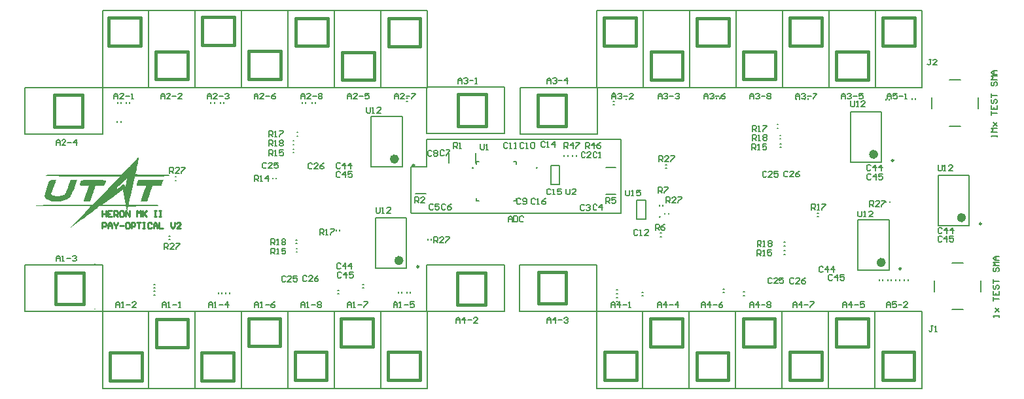
<source format=gto>
G04*
G04 #@! TF.GenerationSoftware,Altium Limited,Altium Designer,18.1.6 (161)*
G04*
G04 Layer_Color=65535*
%FSLAX44Y44*%
%MOMM*%
G71*
G01*
G75*
%ADD10C,0.2540*%
%ADD11C,0.2500*%
%ADD12C,0.6000*%
%ADD13C,0.2000*%
%ADD14C,0.4064*%
G36*
X157104Y324415D02*
Y324311D01*
Y323894D01*
X156999Y323165D01*
X156791Y322332D01*
Y322228D01*
Y322124D01*
X156583Y321499D01*
X156479Y320665D01*
X156270Y319728D01*
Y319624D01*
Y319415D01*
X156166Y319103D01*
X156062Y318582D01*
X155854Y317853D01*
X155749Y316915D01*
X155437Y315874D01*
X155124Y314520D01*
Y314311D01*
X155020Y313895D01*
X154812Y313270D01*
X154604Y312436D01*
X154291Y310665D01*
X154083Y309832D01*
X153979Y309103D01*
X152416Y302853D01*
X152520Y302749D01*
X152729D01*
X153145Y302645D01*
X153562D01*
X154291Y302540D01*
X155229D01*
X156374Y302436D01*
X157833Y302332D01*
X159708D01*
X161791Y302228D01*
X164395D01*
X165853Y302124D01*
X189916D01*
X191374Y302020D01*
X194603D01*
X195124Y301915D01*
X195645Y301811D01*
X196061Y301707D01*
X196582Y301499D01*
X196895Y301290D01*
X196999Y300978D01*
Y300874D01*
X196895Y300665D01*
X196686Y300561D01*
X196270Y300353D01*
X195749Y300249D01*
X195020Y300145D01*
X194082Y300040D01*
X190541D01*
X189395Y299936D01*
X165228D01*
X163145Y299832D01*
X158874D01*
X156999Y299728D01*
X155229D01*
X153770Y299624D01*
X152624D01*
X152208Y299520D01*
X151895D01*
X151791Y299416D01*
X151687D01*
Y299311D01*
Y298999D01*
X151583Y298374D01*
X151479Y297957D01*
X151374Y297436D01*
X151270Y296811D01*
X151166Y296082D01*
X150958Y295145D01*
X150749Y294103D01*
X150541Y292957D01*
X150229Y291603D01*
X149916Y290041D01*
X149499Y288374D01*
Y288270D01*
X149395Y288062D01*
Y287749D01*
X149291Y287228D01*
X149083Y286707D01*
X148979Y285874D01*
X148770Y285041D01*
X148458Y283999D01*
X148250Y282749D01*
X147937Y281395D01*
X147625Y279937D01*
X147208Y278374D01*
X146791Y276603D01*
X146375Y274728D01*
X145958Y272645D01*
X145437Y270458D01*
X143875Y262958D01*
X172103D01*
X173978Y262854D01*
X177624D01*
X179291Y262749D01*
X180853D01*
X182103Y262645D01*
X183145Y262541D01*
X183770Y262437D01*
X183874D01*
X183978Y262333D01*
X183874Y262229D01*
X183666D01*
X183353Y262124D01*
X182937Y262020D01*
X182312Y261916D01*
X181374Y261812D01*
X180332Y261708D01*
X178978Y261604D01*
X177312Y261499D01*
X175333D01*
X172937Y261395D01*
X171687Y261291D01*
X168666D01*
X167103Y261187D01*
X163458D01*
X143354Y260979D01*
X142937Y258270D01*
Y258166D01*
X142833Y257854D01*
X142729Y257437D01*
X142520Y256916D01*
X142416Y256395D01*
X142208Y255874D01*
X142000Y255562D01*
X141791Y255354D01*
X141687D01*
X141583Y255458D01*
X141479Y255562D01*
Y255770D01*
X141375Y256187D01*
Y256708D01*
Y256812D01*
Y257124D01*
X141270Y257645D01*
Y258270D01*
X140854Y259729D01*
X140645Y260458D01*
X140229Y261187D01*
X106479D01*
X103979Y259416D01*
X103771Y259312D01*
X103250Y258895D01*
X102417Y258166D01*
X101271Y257229D01*
X99708Y256083D01*
X97938Y254833D01*
X95958Y253270D01*
X93667Y251499D01*
X91167Y249625D01*
X88458Y247645D01*
X85646Y245458D01*
X82521Y243270D01*
X79292Y240875D01*
X75959Y238479D01*
X72417Y235979D01*
X68875Y233479D01*
X67521Y232541D01*
X67625Y232645D01*
X67834Y232958D01*
X68146Y233166D01*
X68459Y233583D01*
X68875Y234104D01*
X69500Y234833D01*
X69709Y235041D01*
X69917Y235250D01*
X70125Y235562D01*
X70542Y235875D01*
X71063Y236395D01*
X71688Y237020D01*
X72417Y237854D01*
X73355Y238791D01*
X74500Y239937D01*
X75855Y241291D01*
X77417Y242958D01*
X79188Y244729D01*
X81167Y246812D01*
X81271Y246916D01*
X81688Y247333D01*
X82209Y247958D01*
X83042Y248687D01*
X83875Y249625D01*
X84917Y250666D01*
X87104Y252958D01*
X89292Y255249D01*
X90333Y256395D01*
X91271Y257437D01*
X92208Y258270D01*
X92833Y259104D01*
X93354Y259624D01*
X93667Y260041D01*
X94500Y261187D01*
X47834D01*
X44709Y261291D01*
X38147D01*
X34918Y261395D01*
X31897Y261499D01*
X29293D01*
X28043Y261604D01*
X27001D01*
X26063Y261708D01*
X25334D01*
X24605Y261812D01*
X24188Y261916D01*
X23876D01*
X23772Y262020D01*
X23876D01*
X23980Y262124D01*
X24397D01*
X24918Y262229D01*
X25751Y262333D01*
X26897Y262437D01*
X27522D01*
X28355Y262541D01*
X30334D01*
X31480Y262645D01*
X32730D01*
X34188Y262749D01*
X37418D01*
X39293Y262854D01*
X45855D01*
X48459Y262958D01*
X96583Y262958D01*
X107417Y273791D01*
X107521Y273895D01*
X108042Y274416D01*
X108771Y275145D01*
X109812Y276187D01*
X111062Y277541D01*
X112729Y279312D01*
X114708Y281291D01*
X116896Y283687D01*
X117000Y283791D01*
X117208Y283999D01*
X117521Y284312D01*
X117937Y284728D01*
X119083Y285874D01*
X120333Y287332D01*
X121791Y288791D01*
X123146Y290145D01*
X124291Y291395D01*
X124708Y291812D01*
X125125Y292228D01*
X132625Y299936D01*
X55959Y299936D01*
X51688Y300040D01*
X38459D01*
X37522Y300145D01*
X36376D01*
Y300249D01*
Y300353D01*
X36480Y300561D01*
X36688Y300874D01*
X37001Y301186D01*
X37522Y301499D01*
X38147Y301707D01*
X38980Y301915D01*
X39084D01*
X39501Y302020D01*
X40334Y302124D01*
X40751D01*
X41376Y302228D01*
X42938D01*
X43980Y302332D01*
X45022D01*
X46167Y302436D01*
X55126D01*
X56271Y302332D01*
X60646D01*
X62521Y302228D01*
X71584D01*
X73250Y302124D01*
X134396Y302124D01*
X142937Y310770D01*
X143041Y310874D01*
X143250Y310978D01*
X143562Y311395D01*
X144083Y311915D01*
X144708Y312540D01*
X145645Y313478D01*
X146687Y314520D01*
X147937Y315874D01*
X148145Y316082D01*
X148562Y316499D01*
X149291Y317228D01*
X150124Y318165D01*
X151166Y319207D01*
X152208Y320249D01*
X153249Y321395D01*
X154291Y322436D01*
X154395Y322540D01*
X154708Y322853D01*
X155124Y323269D01*
X155645Y323790D01*
X156166Y324311D01*
X156583Y324728D01*
X156895Y325040D01*
X157104Y325144D01*
Y324415D01*
D02*
G37*
G36*
X74292Y286395D02*
Y286291D01*
X74084Y285874D01*
X73875Y285353D01*
X73563Y284520D01*
X73250Y283582D01*
X72834Y282541D01*
X71792Y280145D01*
X70542Y277645D01*
X69292Y275249D01*
X68563Y274207D01*
X67834Y273166D01*
X67105Y272332D01*
X66375Y271707D01*
X66271D01*
X66167Y271499D01*
X65855Y271291D01*
X65438Y270978D01*
X64813Y270666D01*
X64188Y270249D01*
X63355Y269937D01*
X62417Y269520D01*
X61375Y269103D01*
X60230Y268687D01*
X58876Y268270D01*
X57417Y267958D01*
X55855Y267645D01*
X54188Y267437D01*
X52417Y267333D01*
X50438Y267228D01*
X49501D01*
X48876Y267333D01*
X48042D01*
X47209Y267437D01*
X45126Y267645D01*
X42938Y268062D01*
X40855Y268687D01*
X38876Y269520D01*
X38043Y270041D01*
X37313Y270666D01*
X37209Y270770D01*
X37001Y270978D01*
X36688Y271395D01*
X36376Y272020D01*
X35959Y272645D01*
X35647Y273374D01*
X35438Y274207D01*
X35334Y275145D01*
Y275353D01*
Y275562D01*
X35438Y275874D01*
X35543Y276395D01*
X35647Y277020D01*
X35855Y277749D01*
X36063Y278687D01*
X36376Y279832D01*
X36793Y281187D01*
X37209Y282645D01*
X37834Y284416D01*
X38459Y286395D01*
X39293Y288582D01*
X40126Y291082D01*
X41167Y293791D01*
Y293895D01*
X41272Y293999D01*
X41480Y294207D01*
X41897Y294520D01*
X42522Y294728D01*
X43355Y294936D01*
X44397Y295041D01*
X45855Y295145D01*
X50126D01*
Y295041D01*
X50022Y294832D01*
X49813Y294416D01*
X49605Y293791D01*
X49397Y293061D01*
X49084Y292228D01*
X48667Y291187D01*
X48355Y290041D01*
X47834Y288791D01*
X47313Y287437D01*
X46792Y285874D01*
X46272Y284312D01*
X45022Y280874D01*
X43667Y277124D01*
X43876Y277020D01*
X44292Y276499D01*
X44397Y276395D01*
X44501Y276291D01*
X44709Y276082D01*
X44813Y275874D01*
X44917Y275770D01*
X45334Y275457D01*
X45438D01*
X45542Y275353D01*
X45751Y275249D01*
X45959Y275145D01*
X46272D01*
X46792Y274937D01*
X46897D01*
X47105Y274832D01*
X47730Y274728D01*
X48147D01*
X48563Y274624D01*
X48980Y274520D01*
X49501D01*
X50126Y274416D01*
X53667D01*
X54813Y274520D01*
X56167Y274728D01*
X57626Y275041D01*
X59084Y275457D01*
X60334Y276082D01*
X61375Y276916D01*
X61480Y277020D01*
X61584Y277332D01*
X61896Y277853D01*
X62313Y278687D01*
X62625Y279312D01*
X62938Y279937D01*
X63355Y280770D01*
X63667Y281707D01*
X64188Y282645D01*
X64605Y283895D01*
X65125Y285145D01*
X65750Y286603D01*
X68875Y294936D01*
X69188D01*
X69500Y295041D01*
X70646D01*
X71375Y295145D01*
X74813D01*
X76167Y295249D01*
X76896D01*
X77417Y295353D01*
X74292Y286395D01*
D02*
G37*
G36*
X187728Y291603D02*
X186686Y287957D01*
X175124D01*
Y287853D01*
X174916Y287332D01*
X174603Y286499D01*
X174291Y285457D01*
X173770Y283999D01*
X173145Y282228D01*
X172416Y280145D01*
X171583Y277749D01*
Y277645D01*
X171478Y277437D01*
X171374Y277124D01*
X171166Y276603D01*
X170749Y275353D01*
X170228Y273895D01*
X169708Y272228D01*
X169083Y270458D01*
X168458Y268895D01*
X167937Y267437D01*
X162520D01*
X161791Y267541D01*
X160958D01*
X160229Y267645D01*
X159812Y267749D01*
X159604Y267853D01*
X159708Y268062D01*
X159812Y268478D01*
X159916Y268895D01*
X160020Y269312D01*
X160229Y269833D01*
X160437Y270562D01*
X160645Y271395D01*
X161062Y272333D01*
X161374Y273478D01*
X161791Y274728D01*
X162312Y276291D01*
X162937Y277957D01*
Y278062D01*
X163041Y278374D01*
X163249Y278895D01*
X163458Y279416D01*
X163770Y280145D01*
X163978Y280978D01*
X164708Y282749D01*
X165333Y284520D01*
X165541Y285353D01*
X165853Y286187D01*
X166062Y286812D01*
X166270Y287228D01*
X166374Y287645D01*
Y287749D01*
X165853D01*
X165333Y287853D01*
X163666D01*
X162729Y287957D01*
X157208D01*
X155958Y288062D01*
X154291D01*
X154083Y288166D01*
X153979D01*
Y288374D01*
X154083Y288582D01*
Y288999D01*
X154291Y289520D01*
X154499Y290145D01*
X154708Y290978D01*
X155124Y292020D01*
X156479Y295145D01*
X189082D01*
X187728Y291603D01*
D02*
G37*
G36*
X106687Y295041D02*
X109708Y294936D01*
X111062D01*
X112312Y294832D01*
X113354Y294728D01*
X114083Y294624D01*
X114604Y294520D01*
X114812Y294416D01*
Y294312D01*
X114708Y294103D01*
Y293791D01*
X114500Y293374D01*
X114291Y292749D01*
X114083Y292020D01*
X113666Y291082D01*
X112729Y288166D01*
X112417D01*
X112000Y288062D01*
X110542D01*
X109604Y287957D01*
X105021D01*
X103042Y287853D01*
X102104D01*
X101271Y287749D01*
X100125Y284832D01*
Y284728D01*
X99917Y284312D01*
X99708Y283687D01*
X99396Y282749D01*
X98875Y281395D01*
X98563Y280562D01*
X98250Y279624D01*
X97938Y278582D01*
X97521Y277437D01*
X97104Y276082D01*
X96583Y274728D01*
X94083Y267437D01*
X88771D01*
X88042Y267541D01*
X87209D01*
X86584Y267645D01*
X86167Y267749D01*
X85959Y267958D01*
X89396Y278062D01*
X92729Y287957D01*
X84396D01*
X83250Y288062D01*
X82104D01*
X81063Y288166D01*
X80750D01*
X80438Y288270D01*
X80230D01*
X80125Y288374D01*
Y288582D01*
X80230Y288791D01*
X80334Y289312D01*
X80646Y290145D01*
X80959Y291187D01*
X81167Y291916D01*
X81479Y292645D01*
X81792Y293478D01*
X82104Y294520D01*
X82209D01*
X82417Y294624D01*
X82729D01*
X83146Y294728D01*
X83667D01*
X84396Y294832D01*
X85229Y294936D01*
X86375D01*
X87729Y295041D01*
X91167D01*
X93250Y295145D01*
X103667Y295145D01*
X106687Y295041D01*
D02*
G37*
%LPC*%
G36*
X141791Y297436D02*
X141687Y297332D01*
X141166Y296916D01*
X140541Y296395D01*
X139604Y295666D01*
X138562Y294728D01*
X137416Y293687D01*
X134916Y291395D01*
X132416Y288895D01*
X131271Y287645D01*
X130229Y286499D01*
X129291Y285353D01*
X128666Y284416D01*
X128250Y283478D01*
X128041Y282749D01*
X128354Y283062D01*
X128562Y283166D01*
X128771Y283270D01*
X129083Y283478D01*
X129187Y283582D01*
X129500Y283791D01*
X129916Y284103D01*
X130437Y284520D01*
X130541Y284624D01*
X130958Y285041D01*
X131583Y285562D01*
X132312Y286187D01*
X132416D01*
X132521Y286395D01*
X133041Y286812D01*
X133875Y287332D01*
X134812Y287957D01*
X134916Y288062D01*
X135229Y288270D01*
X135645Y288582D01*
X136166Y288999D01*
X136791Y289416D01*
X137208Y289728D01*
X137625Y289937D01*
X137833Y290041D01*
X137937D01*
X138041Y289937D01*
X138145Y289728D01*
X138354Y289520D01*
X138562Y289103D01*
X138770Y288478D01*
X139083Y287749D01*
Y287645D01*
X139187Y287541D01*
X139395Y287228D01*
X139500Y287124D01*
X139604Y287228D01*
X139708Y287332D01*
X139812Y287749D01*
Y287853D01*
X140020Y288270D01*
X140125Y288999D01*
X140437Y290041D01*
Y290249D01*
Y290666D01*
X140541Y291187D01*
X140645Y291603D01*
Y291707D01*
X140750Y291812D01*
X140854Y292437D01*
X141062Y293270D01*
X141270Y294207D01*
X141479Y295249D01*
X141583Y296186D01*
X141791Y297020D01*
Y297436D01*
D02*
G37*
G36*
X136375Y282541D02*
X136062Y282437D01*
X135854Y282228D01*
X135541Y282020D01*
X135021Y281707D01*
X134396Y281291D01*
X133666Y280770D01*
X132729Y280145D01*
X131687Y279416D01*
X130333Y278478D01*
X128875Y277332D01*
X127104Y276082D01*
X125021Y274520D01*
X122729Y272853D01*
X109396Y263166D01*
X117312Y262958D01*
X132625D01*
X140229Y263166D01*
X138458Y272645D01*
Y272749D01*
X138354Y273062D01*
X138250Y273582D01*
X138145Y274207D01*
X138041Y274937D01*
X137833Y275770D01*
X137521Y277645D01*
X137208Y279416D01*
X137000Y280249D01*
X136791Y280978D01*
X136687Y281603D01*
X136583Y282124D01*
X136479Y282437D01*
X136375Y282541D01*
D02*
G37*
%LPD*%
D10*
X589320Y310750D02*
G03*
X589320Y310750I-320J0D01*
G01*
X831114Y247250D02*
G03*
X831114Y247250I-254J0D01*
G01*
X672158Y311036D02*
G03*
X672158Y311036I-254J0D01*
G01*
X109790Y255255D02*
Y247757D01*
Y251506D01*
X114788D01*
Y255255D01*
Y247757D01*
X122286Y255255D02*
X117288D01*
Y247757D01*
X122286D01*
X117288Y251506D02*
X119787D01*
X124785Y247757D02*
Y255255D01*
X128534D01*
X129784Y254005D01*
Y251506D01*
X128534Y250256D01*
X124785D01*
X127284D02*
X129784Y247757D01*
X136032Y255255D02*
X133532D01*
X132283Y254005D01*
Y249007D01*
X133532Y247757D01*
X136032D01*
X137281Y249007D01*
Y254005D01*
X136032Y255255D01*
X139780Y247757D02*
Y255255D01*
X144779Y247757D01*
Y255255D01*
X154776Y247757D02*
Y255255D01*
X157275Y252756D01*
X159774Y255255D01*
Y247757D01*
X162273Y255255D02*
Y247757D01*
Y250256D01*
X167272Y255255D01*
X163523Y251506D01*
X167272Y247757D01*
X177268Y255255D02*
X179768D01*
X178518D01*
Y247757D01*
X177268D01*
X179768D01*
X183516Y255255D02*
X186016D01*
X184766D01*
Y247757D01*
X183516D01*
X186016D01*
X109790Y232664D02*
Y240162D01*
X113539D01*
X114788Y238912D01*
Y236413D01*
X113539Y235163D01*
X109790D01*
X117288Y232664D02*
Y237662D01*
X119787Y240162D01*
X122286Y237662D01*
Y232664D01*
Y236413D01*
X117288D01*
X124785Y240162D02*
Y238912D01*
X127284Y236413D01*
X129784Y238912D01*
Y240162D01*
X127284Y236413D02*
Y232664D01*
X132283Y236413D02*
X137281D01*
X143529Y240162D02*
X141030D01*
X139780Y238912D01*
Y233914D01*
X141030Y232664D01*
X143529D01*
X144779Y233914D01*
Y238912D01*
X143529Y240162D01*
X147278Y232664D02*
Y240162D01*
X151027D01*
X152276Y238912D01*
Y236413D01*
X151027Y235163D01*
X147278D01*
X154776Y240162D02*
X159774D01*
X157275D01*
Y232664D01*
X162273Y240162D02*
X164772D01*
X163523D01*
Y232664D01*
X162273D01*
X164772D01*
X173520Y238912D02*
X172270Y240162D01*
X169771D01*
X168521Y238912D01*
Y233914D01*
X169771Y232664D01*
X172270D01*
X173520Y233914D01*
X176019Y232664D02*
Y237662D01*
X178518Y240162D01*
X181017Y237662D01*
Y232664D01*
Y236413D01*
X176019D01*
X183516Y240162D02*
Y232664D01*
X188515D01*
X198512Y240162D02*
Y235163D01*
X201011Y232664D01*
X203510Y235163D01*
Y240162D01*
X211008Y232664D02*
X206009D01*
X211008Y237662D01*
Y238912D01*
X209758Y240162D01*
X207259D01*
X206009Y238912D01*
D11*
X519322Y183004D02*
G03*
X519322Y183004I-1250J0D01*
G01*
X1143400Y180430D02*
G03*
X1143400Y180430I-1250J0D01*
G01*
X1247374Y238460D02*
G03*
X1247374Y238460I-1250J0D01*
G01*
X1133582Y320418D02*
G03*
X1133582Y320418I-1250J0D01*
G01*
X513568Y314322D02*
G03*
X513568Y314322I-1250J0D01*
G01*
D12*
X496572Y191004D02*
G03*
X496572Y191004I-3000J0D01*
G01*
X1120650Y188430D02*
G03*
X1120650Y188430I-3000J0D01*
G01*
X1224624Y246460D02*
G03*
X1224624Y246460I-3000J0D01*
G01*
X1110832Y328418D02*
G03*
X1110832Y328418I-3000J0D01*
G01*
X490818Y322322D02*
G03*
X490818Y322322I-3000J0D01*
G01*
D13*
X1205828Y424752D02*
X1220628D01*
X1205828Y364752D02*
X1220628D01*
X1183228Y387352D02*
Y402152D01*
X1243228Y387352D02*
Y402152D01*
X1209168Y187638D02*
X1223968D01*
X1209168Y127638D02*
X1223968D01*
X1186568Y150238D02*
Y165038D01*
X1246568Y150238D02*
Y165038D01*
X529816Y312322D02*
Y348017D01*
X509250Y312322D02*
X529816D01*
X509250Y252774D02*
Y312322D01*
Y252774D02*
X509774Y252250D01*
X525750D01*
X529816Y355544D02*
X629816D01*
X529816D02*
Y415544D01*
X629816D01*
Y355544D02*
Y415544D01*
X650500Y415000D02*
X750500D01*
Y355000D02*
Y415000D01*
X650500Y355000D02*
X750500D01*
X650500D02*
Y415000D01*
X650000Y185000D02*
X750000D01*
Y125000D02*
Y185000D01*
X650000Y125000D02*
X750000D01*
X650000D02*
Y185000D01*
X529816Y125000D02*
X629816D01*
X529816D02*
Y185000D01*
X629816D01*
Y125000D02*
Y185000D01*
X110000Y355000D02*
Y415000D01*
X10000D02*
X110000D01*
X10000Y355000D02*
Y415000D01*
Y355000D02*
X110000D01*
Y515000D02*
X530000D01*
X110000Y415000D02*
Y515000D01*
Y415000D02*
X530000D01*
X530000D02*
Y515000D01*
X170000Y415000D02*
Y515000D01*
X230000Y415000D02*
Y515000D01*
X290000Y415000D02*
Y515000D01*
X350000Y415000D02*
Y515000D01*
X410000Y415000D02*
Y515000D01*
X470000Y415000D02*
Y515000D01*
X750000D02*
X1170000D01*
X750000Y415000D02*
Y515000D01*
Y415000D02*
X1170000D01*
X1170000D02*
Y515000D01*
X810000Y414500D02*
Y514500D01*
X870000Y414500D02*
Y514500D01*
X930000Y414500D02*
Y514500D01*
X990000Y416330D02*
Y514500D01*
X1050000Y414500D02*
Y514500D01*
X1110000Y414500D02*
Y514500D01*
X750000Y125000D02*
X1170000D01*
X749250D02*
X750000Y25000D01*
X1170000D01*
Y125000D01*
X809250Y25000D02*
Y125000D01*
X869250Y25000D02*
Y125000D01*
X929250Y25000D02*
Y125000D01*
X989250Y25000D02*
Y125000D01*
X1049250Y25000D02*
Y125000D01*
X1109250Y25000D02*
Y125000D01*
X470000Y25000D02*
Y125000D01*
X410000Y25000D02*
Y125000D01*
X350000Y26830D02*
Y125000D01*
X290000Y25000D02*
Y125000D01*
X230000Y25000D02*
Y125000D01*
X170000Y25000D02*
Y125000D01*
X530000Y25000D02*
Y125000D01*
X110000Y25000D02*
X530000D01*
X110000D02*
Y125000D01*
X100000Y128250D02*
X100500Y128750D01*
X10000Y125000D02*
X110000D01*
X10000D02*
Y185000D01*
X110000D01*
X100500Y187250D02*
X100500Y187250D01*
X110000Y125000D02*
Y185000D01*
Y125000D02*
X530000D01*
X781000Y252250D02*
Y311552D01*
Y289410D02*
Y348017D01*
X525750Y252250D02*
X781000D01*
X529816Y348017D02*
X781000D01*
X503572Y181004D02*
Y246004D01*
X463572Y181004D02*
Y246004D01*
Y181004D02*
X503572D01*
X463572Y246004D02*
X503572D01*
X1087650Y243430D02*
X1127650D01*
X1087650Y178430D02*
X1127650D01*
X1087650D02*
Y243430D01*
X1127650Y178430D02*
Y243430D01*
X1191624Y301460D02*
X1231624D01*
X1191624Y236460D02*
X1231624D01*
X1191624D02*
Y301460D01*
X1231624Y236460D02*
Y301460D01*
X1077832Y383418D02*
X1117832D01*
X1077832Y318418D02*
X1117832D01*
X1077832D02*
Y383418D01*
X1117832Y318418D02*
Y383418D01*
X838000Y251000D02*
Y252500D01*
X842500Y251000D02*
Y252500D01*
X835000Y261378D02*
Y262878D01*
X830500Y261378D02*
Y262878D01*
X810286Y244710D02*
X812826D01*
X801650Y268840D02*
X812826D01*
Y244710D02*
Y268840D01*
X801650Y244710D02*
Y268840D01*
X803936Y244710D02*
X810286D01*
X801650D02*
X803936D01*
X712103Y326148D02*
Y327648D01*
X707603Y326148D02*
Y327648D01*
X457818Y377322D02*
X497818D01*
X457818Y312322D02*
X497818D01*
X457818D02*
Y377322D01*
X497818Y312322D02*
Y377322D01*
X983000Y367000D02*
X984500D01*
X983000Y362500D02*
X984500D01*
X718500Y326148D02*
Y327648D01*
X723000Y326148D02*
Y327648D01*
X330490Y296684D02*
Y298184D01*
X334990Y296684D02*
Y298184D01*
X531196Y217260D02*
Y218760D01*
X535696Y217260D02*
Y218760D01*
X761088Y311404D02*
X773834D01*
X761088Y276606D02*
X773834D01*
X689938Y313576D02*
X692478D01*
X689938Y289446D02*
X701114D01*
X689938D02*
Y313576D01*
X701114Y289446D02*
Y313576D01*
X692478D02*
X698828D01*
X701114D01*
X515470Y277448D02*
X528216D01*
X515470Y312246D02*
X528216D01*
X832116Y222032D02*
X833616D01*
X832116Y226532D02*
X833616D01*
X593344Y317604D02*
Y330350D01*
X558546Y317604D02*
Y330350D01*
X593852Y267970D02*
Y271272D01*
Y315976D02*
Y319278D01*
X641858D02*
X645160D01*
Y267970D02*
Y271272D01*
X593852Y267970D02*
X597154D01*
X593852Y319278D02*
X597154D01*
X641858Y267970D02*
X645160D01*
Y315976D02*
Y319278D01*
X1128740Y266204D02*
Y267704D01*
X1124240Y266204D02*
Y267704D01*
X1162268Y399300D02*
Y400800D01*
X1157768Y399300D02*
Y400800D01*
X1147862Y165112D02*
Y166612D01*
X1152362Y165112D02*
Y166612D01*
X986489Y341966D02*
X987989D01*
X986489Y337466D02*
X987989D01*
X986349Y352888D02*
X987849D01*
X986349Y348388D02*
X987849D01*
X1034838Y252500D02*
X1036338D01*
X1034838Y248000D02*
X1036338D01*
X991582Y214527D02*
X993082D01*
X991582Y210027D02*
X993082D01*
X1115096Y164858D02*
Y166358D01*
X1119596Y164858D02*
Y166358D01*
X939304Y150332D02*
X940804D01*
X939304Y145832D02*
X940804D01*
X912888Y153888D02*
X914388D01*
X912888Y149388D02*
X914388D01*
X1126018Y165112D02*
Y166612D01*
X1130518Y165112D02*
Y166612D01*
X1136940Y165112D02*
Y166612D01*
X1141440Y165112D02*
Y166612D01*
X1012408Y399554D02*
Y401054D01*
X1007908Y399554D02*
Y401054D01*
X909030Y400570D02*
Y402070D01*
X904530Y400570D02*
Y402070D01*
X791936Y399046D02*
Y400546D01*
X787436Y399046D02*
Y400546D01*
X774966Y142712D02*
X776466D01*
X774966Y138212D02*
X776466D01*
X775220Y152872D02*
X776720D01*
X775220Y148372D02*
X776720D01*
X808240Y149570D02*
X809740D01*
X808240Y145070D02*
X809740D01*
X1023076Y399470D02*
Y400970D01*
X1018576Y399470D02*
Y400970D01*
X898362Y400570D02*
Y402070D01*
X893862Y400570D02*
Y402070D01*
X771156Y407634D02*
X772656D01*
X771156Y403134D02*
X772656D01*
X1128232Y398792D02*
Y400292D01*
X1123732Y398792D02*
Y400292D01*
X770902Y396796D02*
X772402D01*
X770902Y392296D02*
X772402D01*
X417286Y229374D02*
Y230874D01*
X412786Y229374D02*
Y230874D01*
X360504Y217321D02*
X362004D01*
X360504Y212821D02*
X362004D01*
X446798Y155230D02*
X448298D01*
X446798Y159730D02*
X448298D01*
X497550Y148856D02*
Y150356D01*
X493050Y148856D02*
Y150356D01*
X176542Y146594D02*
X178042D01*
X176542Y151094D02*
X178042D01*
X264632Y147840D02*
Y149340D01*
X260132Y147840D02*
Y149340D01*
X414540Y152618D02*
X416040D01*
X414540Y148118D02*
X416040D01*
X508726Y148856D02*
Y150356D01*
X504226Y148856D02*
Y150356D01*
X176288Y155484D02*
X177788D01*
X176288Y159984D02*
X177788D01*
X274284Y147840D02*
Y149340D01*
X269784Y147840D02*
Y149340D01*
X368750Y394728D02*
Y396228D01*
X373250Y394728D02*
Y396228D01*
X133822Y370174D02*
Y371674D01*
X129322Y370174D02*
Y371674D01*
X141006Y394220D02*
Y395720D01*
X145506Y394220D02*
Y395720D01*
X129830Y394220D02*
Y395720D01*
X134330Y394220D02*
Y395720D01*
X381290Y394728D02*
Y396228D01*
X385790Y394728D02*
Y396228D01*
X250480Y394728D02*
Y396228D01*
X254980Y394728D02*
Y396228D01*
X503186Y397038D02*
X504686D01*
X503186Y401538D02*
X504686D01*
X262672Y394728D02*
Y396228D01*
X267172Y394728D02*
Y396228D01*
X204016Y299176D02*
X205516D01*
X204016Y294676D02*
X205516D01*
X361500Y352322D02*
X363000D01*
X361500Y356822D02*
X363000D01*
X356500Y345882D02*
X358000D01*
X356500Y341382D02*
X358000D01*
X356482Y335000D02*
X357982D01*
X356482Y330500D02*
X357982D01*
X838434Y314670D02*
X839934D01*
X838434Y310170D02*
X839934D01*
X991722Y203605D02*
X993222D01*
X991722Y199105D02*
X993222D01*
X196100Y222586D02*
X197600D01*
X196100Y218086D02*
X197600D01*
X360644Y201899D02*
X362144D01*
X360644Y206399D02*
X362144D01*
X570000Y420000D02*
Y424998D01*
X572499Y427498D01*
X574998Y424998D01*
Y420000D01*
Y423749D01*
X570000D01*
X577498Y426248D02*
X578747Y427498D01*
X581246D01*
X582496Y426248D01*
Y424998D01*
X581246Y423749D01*
X579997D01*
X581246D01*
X582496Y422499D01*
Y421250D01*
X581246Y420000D01*
X578747D01*
X577498Y421250D01*
X584995Y423749D02*
X589994D01*
X592493Y420000D02*
X594992D01*
X593742D01*
Y427498D01*
X592493Y426248D01*
X685038Y420000D02*
Y424998D01*
X687537Y427498D01*
X690036Y424998D01*
Y420000D01*
Y423749D01*
X685038D01*
X692536Y426248D02*
X693785Y427498D01*
X696284D01*
X697534Y426248D01*
Y424998D01*
X696284Y423749D01*
X695035D01*
X696284D01*
X697534Y422499D01*
Y421250D01*
X696284Y420000D01*
X693785D01*
X692536Y421250D01*
X700033Y423749D02*
X705032D01*
X711280Y420000D02*
Y427498D01*
X707531Y423749D01*
X712529D01*
X567644Y110000D02*
Y114998D01*
X570143Y117498D01*
X572642Y114998D01*
Y110000D01*
Y113749D01*
X567644D01*
X578890Y110000D02*
Y117498D01*
X575142Y113749D01*
X580140D01*
X582639D02*
X587638D01*
X595135Y110000D02*
X590137D01*
X595135Y114998D01*
Y116248D01*
X593886Y117498D01*
X591386D01*
X590137Y116248D01*
X685000Y110000D02*
Y114998D01*
X687499Y117498D01*
X689998Y114998D01*
Y110000D01*
Y113749D01*
X685000D01*
X696246Y110000D02*
Y117498D01*
X692498Y113749D01*
X697496D01*
X699995D02*
X704994D01*
X707493Y116248D02*
X708742Y117498D01*
X711242D01*
X712491Y116248D01*
Y114998D01*
X711242Y113749D01*
X709992D01*
X711242D01*
X712491Y112499D01*
Y111250D01*
X711242Y110000D01*
X708742D01*
X707493Y111250D01*
X1124570Y130000D02*
Y134998D01*
X1127069Y137498D01*
X1129568Y134998D01*
Y130000D01*
Y133749D01*
X1124570D01*
X1137066Y137498D02*
X1132068D01*
Y133749D01*
X1134567Y134998D01*
X1135816D01*
X1137066Y133749D01*
Y131250D01*
X1135816Y130000D01*
X1133317D01*
X1132068Y131250D01*
X1139565Y133749D02*
X1144564D01*
X1152061Y130000D02*
X1147063D01*
X1152061Y134998D01*
Y136248D01*
X1150812Y137498D01*
X1148313D01*
X1147063Y136248D01*
X1068070Y130000D02*
Y134998D01*
X1070569Y137498D01*
X1073068Y134998D01*
Y130000D01*
Y133749D01*
X1068070D01*
X1079316Y130000D02*
Y137498D01*
X1075568Y133749D01*
X1080566D01*
X1083065D02*
X1088064D01*
X1095561Y137498D02*
X1090563D01*
Y133749D01*
X1093062Y134998D01*
X1094312D01*
X1095561Y133749D01*
Y131250D01*
X1094312Y130000D01*
X1091813D01*
X1090563Y131250D01*
X1003320Y130000D02*
Y134998D01*
X1005819Y137498D01*
X1008318Y134998D01*
Y130000D01*
Y133749D01*
X1003320D01*
X1014566Y130000D02*
Y137498D01*
X1010818Y133749D01*
X1015816D01*
X1018315D02*
X1023314D01*
X1025813Y137498D02*
X1030811D01*
Y136248D01*
X1025813Y131250D01*
Y130000D01*
X947570D02*
Y134998D01*
X950069Y137498D01*
X952569Y134998D01*
Y130000D01*
Y133749D01*
X947570D01*
X958817Y130000D02*
Y137498D01*
X955068Y133749D01*
X960066D01*
X962565D02*
X967564D01*
X970063Y136248D02*
X971312Y137498D01*
X973812D01*
X975061Y136248D01*
Y134998D01*
X973812Y133749D01*
X975061Y132499D01*
Y131250D01*
X973812Y130000D01*
X971312D01*
X970063Y131250D01*
Y132499D01*
X971312Y133749D01*
X970063Y134998D01*
Y136248D01*
X971312Y133749D02*
X973812D01*
X885070Y130000D02*
Y134998D01*
X887569Y137498D01*
X890069Y134998D01*
Y130000D01*
Y133749D01*
X885070D01*
X896317Y130000D02*
Y137498D01*
X892568Y133749D01*
X897566D01*
X900065D02*
X905064D01*
X912561Y137498D02*
X910062Y136248D01*
X907563Y133749D01*
Y131250D01*
X908812Y130000D01*
X911312D01*
X912561Y131250D01*
Y132499D01*
X911312Y133749D01*
X907563D01*
X828320Y130000D02*
Y134998D01*
X830819Y137498D01*
X833318Y134998D01*
Y130000D01*
Y133749D01*
X828320D01*
X839566Y130000D02*
Y137498D01*
X835818Y133749D01*
X840816D01*
X843315D02*
X848314D01*
X854562Y130000D02*
Y137498D01*
X850813Y133749D01*
X855811D01*
X768320Y130000D02*
Y134998D01*
X770819Y137498D01*
X773318Y134998D01*
Y130000D01*
Y133749D01*
X768320D01*
X779566Y130000D02*
Y137498D01*
X775818Y133749D01*
X780816D01*
X783315D02*
X788314D01*
X790813Y130000D02*
X793312D01*
X792063D01*
Y137498D01*
X790813Y136248D01*
X1125750Y400000D02*
Y404998D01*
X1128249Y407498D01*
X1130748Y404998D01*
Y400000D01*
Y403749D01*
X1125750D01*
X1138246Y407498D02*
X1133248D01*
Y403749D01*
X1135747Y404998D01*
X1136996D01*
X1138246Y403749D01*
Y401250D01*
X1136996Y400000D01*
X1134497D01*
X1133248Y401250D01*
X1140745Y403749D02*
X1145743D01*
X1148243Y400000D02*
X1150742D01*
X1149492D01*
Y407498D01*
X1148243Y406248D01*
X1066375Y400000D02*
Y404998D01*
X1068874Y407498D01*
X1071373Y404998D01*
Y400000D01*
Y403749D01*
X1066375D01*
X1073873Y406248D02*
X1075122Y407498D01*
X1077621D01*
X1078871Y406248D01*
Y404998D01*
X1077621Y403749D01*
X1076372D01*
X1077621D01*
X1078871Y402499D01*
Y401250D01*
X1077621Y400000D01*
X1075122D01*
X1073873Y401250D01*
X1081370Y403749D02*
X1086368D01*
X1093866Y407498D02*
X1088868D01*
Y403749D01*
X1091367Y404998D01*
X1092617D01*
X1093866Y403749D01*
Y401250D01*
X1092617Y400000D01*
X1090117D01*
X1088868Y401250D01*
X1007000Y400000D02*
Y404998D01*
X1009499Y407498D01*
X1011998Y404998D01*
Y400000D01*
Y403749D01*
X1007000D01*
X1014498Y406248D02*
X1015747Y407498D01*
X1018246D01*
X1019496Y406248D01*
Y404998D01*
X1018246Y403749D01*
X1016997D01*
X1018246D01*
X1019496Y402499D01*
Y401250D01*
X1018246Y400000D01*
X1015747D01*
X1014498Y401250D01*
X1021995Y403749D02*
X1026994D01*
X1029493Y407498D02*
X1034491D01*
Y406248D01*
X1029493Y401250D01*
Y400000D01*
X947625D02*
Y404998D01*
X950124Y407498D01*
X952623Y404998D01*
Y400000D01*
Y403749D01*
X947625D01*
X955123Y406248D02*
X956372Y407498D01*
X958871D01*
X960121Y406248D01*
Y404998D01*
X958871Y403749D01*
X957622D01*
X958871D01*
X960121Y402499D01*
Y401250D01*
X958871Y400000D01*
X956372D01*
X955123Y401250D01*
X962620Y403749D02*
X967619D01*
X970118Y406248D02*
X971367Y407498D01*
X973867D01*
X975116Y406248D01*
Y404998D01*
X973867Y403749D01*
X975116Y402499D01*
Y401250D01*
X973867Y400000D01*
X971367D01*
X970118Y401250D01*
Y402499D01*
X971367Y403749D01*
X970118Y404998D01*
Y406248D01*
X971367Y403749D02*
X973867D01*
X888250Y400000D02*
Y404998D01*
X890749Y407498D01*
X893248Y404998D01*
Y400000D01*
Y403749D01*
X888250D01*
X895748Y406248D02*
X896997Y407498D01*
X899496D01*
X900746Y406248D01*
Y404998D01*
X899496Y403749D01*
X898247D01*
X899496D01*
X900746Y402499D01*
Y401250D01*
X899496Y400000D01*
X896997D01*
X895748Y401250D01*
X903245Y403749D02*
X908244D01*
X915741Y407498D02*
X913242Y406248D01*
X910743Y403749D01*
Y401250D01*
X911992Y400000D01*
X914492D01*
X915741Y401250D01*
Y402499D01*
X914492Y403749D01*
X910743D01*
X828875Y400000D02*
Y404998D01*
X831374Y407498D01*
X833873Y404998D01*
Y400000D01*
Y403749D01*
X828875D01*
X836373Y406248D02*
X837622Y407498D01*
X840121D01*
X841371Y406248D01*
Y404998D01*
X840121Y403749D01*
X838872D01*
X840121D01*
X841371Y402499D01*
Y401250D01*
X840121Y400000D01*
X837622D01*
X836373Y401250D01*
X843870Y403749D02*
X848869D01*
X851368Y406248D02*
X852617Y407498D01*
X855117D01*
X856366Y406248D01*
Y404998D01*
X855117Y403749D01*
X853867D01*
X855117D01*
X856366Y402499D01*
Y401250D01*
X855117Y400000D01*
X852617D01*
X851368Y401250D01*
X769500Y400000D02*
Y404998D01*
X771999Y407498D01*
X774498Y404998D01*
Y400000D01*
Y403749D01*
X769500D01*
X776998Y406248D02*
X778247Y407498D01*
X780746D01*
X781996Y406248D01*
Y404998D01*
X780746Y403749D01*
X779497D01*
X780746D01*
X781996Y402499D01*
Y401250D01*
X780746Y400000D01*
X778247D01*
X776998Y401250D01*
X784495Y403749D02*
X789494D01*
X796991Y400000D02*
X791993D01*
X796991Y404998D01*
Y406248D01*
X795742Y407498D01*
X793242D01*
X791993Y406248D01*
X50000Y340000D02*
Y344998D01*
X52499Y347498D01*
X54998Y344998D01*
Y340000D01*
Y343749D01*
X50000D01*
X62496Y340000D02*
X57498D01*
X62496Y344998D01*
Y346248D01*
X61246Y347498D01*
X58747D01*
X57498Y346248D01*
X64995Y343749D02*
X69994D01*
X76242Y340000D02*
Y347498D01*
X72493Y343749D01*
X77491D01*
X125000Y400000D02*
Y404998D01*
X127499Y407498D01*
X129998Y404998D01*
Y400000D01*
Y403749D01*
X125000D01*
X137496Y400000D02*
X132498D01*
X137496Y404998D01*
Y406248D01*
X136246Y407498D01*
X133747D01*
X132498Y406248D01*
X139995Y403749D02*
X144994D01*
X147493Y400000D02*
X149992D01*
X148742D01*
Y407498D01*
X147493Y406248D01*
X185470Y400000D02*
Y404998D01*
X187969Y407498D01*
X190468Y404998D01*
Y400000D01*
Y403749D01*
X185470D01*
X197966Y400000D02*
X192967D01*
X197966Y404998D01*
Y406248D01*
X196716Y407498D01*
X194217D01*
X192967Y406248D01*
X200465Y403749D02*
X205463D01*
X212961Y400000D02*
X207962D01*
X212961Y404998D01*
Y406248D01*
X211711Y407498D01*
X209212D01*
X207962Y406248D01*
X245939Y400000D02*
Y404998D01*
X248438Y407498D01*
X250938Y404998D01*
Y400000D01*
Y403749D01*
X245939D01*
X258435Y400000D02*
X253437D01*
X258435Y404998D01*
Y406248D01*
X257186Y407498D01*
X254687D01*
X253437Y406248D01*
X260935Y403749D02*
X265933D01*
X268432Y406248D02*
X269682Y407498D01*
X272181D01*
X273431Y406248D01*
Y404998D01*
X272181Y403749D01*
X270931D01*
X272181D01*
X273431Y402499D01*
Y401250D01*
X272181Y400000D01*
X269682D01*
X268432Y401250D01*
X306409Y400000D02*
Y404998D01*
X308908Y407498D01*
X311407Y404998D01*
Y400000D01*
Y403749D01*
X306409D01*
X318905Y400000D02*
X313907D01*
X318905Y404998D01*
Y406248D01*
X317655Y407498D01*
X315156D01*
X313907Y406248D01*
X321404Y403749D02*
X326403D01*
X333900Y407498D02*
X331401Y406248D01*
X328902Y403749D01*
Y401250D01*
X330151Y400000D01*
X332650D01*
X333900Y401250D01*
Y402499D01*
X332650Y403749D01*
X328902D01*
X366879Y400000D02*
Y404998D01*
X369378Y407498D01*
X371877Y404998D01*
Y400000D01*
Y403749D01*
X366879D01*
X379375Y400000D02*
X374376D01*
X379375Y404998D01*
Y406248D01*
X378125Y407498D01*
X375626D01*
X374376Y406248D01*
X381874Y403749D02*
X386872D01*
X389371Y406248D02*
X390621Y407498D01*
X393120D01*
X394370Y406248D01*
Y404998D01*
X393120Y403749D01*
X394370Y402499D01*
Y401250D01*
X393120Y400000D01*
X390621D01*
X389371Y401250D01*
Y402499D01*
X390621Y403749D01*
X389371Y404998D01*
Y406248D01*
X390621Y403749D02*
X393120D01*
X427348Y400000D02*
Y404998D01*
X429847Y407498D01*
X432347Y404998D01*
Y400000D01*
Y403749D01*
X427348D01*
X439844Y400000D02*
X434846D01*
X439844Y404998D01*
Y406248D01*
X438595Y407498D01*
X436096D01*
X434846Y406248D01*
X442343Y403749D02*
X447342D01*
X454840Y407498D02*
X449841D01*
Y403749D01*
X452340Y404998D01*
X453590D01*
X454840Y403749D01*
Y401250D01*
X453590Y400000D01*
X451091D01*
X449841Y401250D01*
X487818Y400000D02*
Y404998D01*
X490317Y407498D01*
X492816Y404998D01*
Y400000D01*
Y403749D01*
X487818D01*
X500314Y400000D02*
X495316D01*
X500314Y404998D01*
Y406248D01*
X499064Y407498D01*
X496565D01*
X495316Y406248D01*
X502813Y403749D02*
X507812D01*
X510311Y407498D02*
X515309D01*
Y406248D01*
X510311Y401250D01*
Y400000D01*
X1270000Y117796D02*
Y120295D01*
Y119046D01*
X1262502D01*
X1263752Y117796D01*
X1265002Y124044D02*
X1270000Y129042D01*
X1267501Y126543D01*
X1265002Y129042D01*
X1270000Y124044D01*
X1262502Y139039D02*
Y144038D01*
Y141538D01*
X1270000D01*
X1262502Y151535D02*
Y146537D01*
X1270000D01*
Y151535D01*
X1266251Y146537D02*
Y149036D01*
X1263752Y159033D02*
X1262502Y157783D01*
Y155284D01*
X1263752Y154034D01*
X1265002D01*
X1266251Y155284D01*
Y157783D01*
X1267501Y159033D01*
X1268750D01*
X1270000Y157783D01*
Y155284D01*
X1268750Y154034D01*
X1262502Y161532D02*
Y166530D01*
Y164031D01*
X1270000D01*
X1263752Y181526D02*
X1262502Y180276D01*
Y177777D01*
X1263752Y176527D01*
X1265002D01*
X1266251Y177777D01*
Y180276D01*
X1267501Y181526D01*
X1268750D01*
X1270000Y180276D01*
Y177777D01*
X1268750Y176527D01*
X1270000Y184025D02*
X1262502D01*
X1265002Y186524D01*
X1262502Y189023D01*
X1270000D01*
Y191522D02*
X1265002D01*
X1262502Y194022D01*
X1265002Y196521D01*
X1270000D01*
X1266251D01*
Y191522D01*
X1267500Y350806D02*
Y353305D01*
Y352056D01*
X1260002D01*
X1261252Y350806D01*
X1267500Y357054D02*
X1260002D01*
X1262502Y359553D01*
X1260002Y362052D01*
X1267500D01*
X1262502Y364552D02*
X1267500Y369550D01*
X1265001Y367051D01*
X1262502Y369550D01*
X1267500Y364552D01*
X1260002Y379547D02*
Y384545D01*
Y382046D01*
X1267500D01*
X1260002Y392043D02*
Y387044D01*
X1267500D01*
Y392043D01*
X1263751Y387044D02*
Y389543D01*
X1261252Y399540D02*
X1260002Y398291D01*
Y395792D01*
X1261252Y394542D01*
X1262502D01*
X1263751Y395792D01*
Y398291D01*
X1265001Y399540D01*
X1266250D01*
X1267500Y398291D01*
Y395792D01*
X1266250Y394542D01*
X1260002Y402039D02*
Y407038D01*
Y404539D01*
X1267500D01*
X1261252Y422033D02*
X1260002Y420784D01*
Y418284D01*
X1261252Y417035D01*
X1262502D01*
X1263751Y418284D01*
Y420784D01*
X1265001Y422033D01*
X1266250D01*
X1267500Y420784D01*
Y418284D01*
X1266250Y417035D01*
X1267500Y424532D02*
X1260002D01*
X1262502Y427032D01*
X1260002Y429531D01*
X1267500D01*
Y432030D02*
X1262502D01*
X1260002Y434529D01*
X1262502Y437028D01*
X1267500D01*
X1263751D01*
Y432030D01*
X635000Y241046D02*
Y246044D01*
X637499Y248544D01*
X639998Y246044D01*
Y241046D01*
Y244795D01*
X635000D01*
X642498Y248544D02*
Y241046D01*
X646246D01*
X647496Y242296D01*
Y247294D01*
X646246Y248544D01*
X642498D01*
X654994Y247294D02*
X653744Y248544D01*
X651245D01*
X649995Y247294D01*
Y242296D01*
X651245Y241046D01*
X653744D01*
X654994Y242296D01*
X486750Y130000D02*
Y134998D01*
X489249Y137498D01*
X491748Y134998D01*
Y130000D01*
Y133749D01*
X486750D01*
X494248Y130000D02*
X496747D01*
X495497D01*
Y137498D01*
X494248Y136248D01*
X500495Y133749D02*
X505494D01*
X512991Y137498D02*
X507993D01*
Y133749D01*
X510492Y134998D01*
X511742D01*
X512991Y133749D01*
Y131250D01*
X511742Y130000D01*
X509243D01*
X507993Y131250D01*
X426875Y130000D02*
Y134998D01*
X429374Y137498D01*
X431873Y134998D01*
Y130000D01*
Y133749D01*
X426875D01*
X434373Y130000D02*
X436872D01*
X435622D01*
Y137498D01*
X434373Y136248D01*
X440621Y133749D02*
X445619D01*
X448118Y137498D02*
X453116D01*
Y136248D01*
X448118Y131250D01*
Y130000D01*
X367000D02*
Y134998D01*
X369499Y137498D01*
X371998Y134998D01*
Y130000D01*
Y133749D01*
X367000D01*
X374498Y130000D02*
X376997D01*
X375747D01*
Y137498D01*
X374498Y136248D01*
X380746Y133749D02*
X385744D01*
X388243Y136248D02*
X389493Y137498D01*
X391992D01*
X393242Y136248D01*
Y134998D01*
X391992Y133749D01*
X393242Y132499D01*
Y131250D01*
X391992Y130000D01*
X389493D01*
X388243Y131250D01*
Y132499D01*
X389493Y133749D01*
X388243Y134998D01*
Y136248D01*
X389493Y133749D02*
X391992D01*
X307125Y130000D02*
Y134998D01*
X309624Y137498D01*
X312123Y134998D01*
Y130000D01*
Y133749D01*
X307125D01*
X314623Y130000D02*
X317122D01*
X315872D01*
Y137498D01*
X314623Y136248D01*
X320871Y133749D02*
X325869D01*
X333367Y137498D02*
X330867Y136248D01*
X328368Y133749D01*
Y131250D01*
X329618Y130000D01*
X332117D01*
X333367Y131250D01*
Y132499D01*
X332117Y133749D01*
X328368D01*
X247250Y130000D02*
Y134998D01*
X249749Y137498D01*
X252248Y134998D01*
Y130000D01*
Y133749D01*
X247250D01*
X254748Y130000D02*
X257247D01*
X255997D01*
Y137498D01*
X254748Y136248D01*
X260996Y133749D02*
X265994D01*
X272242Y130000D02*
Y137498D01*
X268493Y133749D01*
X273492D01*
X187375Y130000D02*
Y134998D01*
X189874Y137498D01*
X192373Y134998D01*
Y130000D01*
Y133749D01*
X187375D01*
X194873Y130000D02*
X197372D01*
X196122D01*
Y137498D01*
X194873Y136248D01*
X201121Y133749D02*
X206119D01*
X208618Y130000D02*
X211117D01*
X209868D01*
Y137498D01*
X208618Y136248D01*
X127500Y130000D02*
Y134998D01*
X129999Y137498D01*
X132498Y134998D01*
Y130000D01*
Y133749D01*
X127500D01*
X134998Y130000D02*
X137497D01*
X136247D01*
Y137498D01*
X134998Y136248D01*
X141246Y133749D02*
X146244D01*
X153742Y130000D02*
X148743D01*
X153742Y134998D01*
Y136248D01*
X152492Y137498D01*
X149993D01*
X148743Y136248D01*
X50000Y190000D02*
Y194998D01*
X52499Y197498D01*
X54998Y194998D01*
Y190000D01*
Y193749D01*
X50000D01*
X57498Y190000D02*
X59997D01*
X58747D01*
Y197498D01*
X57498Y196248D01*
X63746Y193749D02*
X68744D01*
X71243Y196248D02*
X72493Y197498D01*
X74992D01*
X76242Y196248D01*
Y194998D01*
X74992Y193749D01*
X73742D01*
X74992D01*
X76242Y192499D01*
Y191250D01*
X74992Y190000D01*
X72493D01*
X71243Y191250D01*
X733498Y261998D02*
X732249Y263248D01*
X729750D01*
X728500Y261998D01*
Y257000D01*
X729750Y255750D01*
X732249D01*
X733498Y257000D01*
X735998Y261998D02*
X737247Y263248D01*
X739746D01*
X740996Y261998D01*
Y260748D01*
X739746Y259499D01*
X738497D01*
X739746D01*
X740996Y258249D01*
Y257000D01*
X739746Y255750D01*
X737247D01*
X735998Y257000D01*
X710000Y283850D02*
Y277602D01*
X711250Y276352D01*
X713749D01*
X714998Y277602D01*
Y283850D01*
X722496Y276352D02*
X717498D01*
X722496Y281350D01*
Y282600D01*
X721246Y283850D01*
X718747D01*
X717498Y282600D01*
X749998Y330410D02*
X748749Y331660D01*
X746250D01*
X745000Y330410D01*
Y325412D01*
X746250Y324162D01*
X748749D01*
X749998Y325412D01*
X752498Y324162D02*
X754997D01*
X753747D01*
Y331660D01*
X752498Y330410D01*
X1054688Y171348D02*
X1053439Y172598D01*
X1050940D01*
X1049690Y171348D01*
Y166350D01*
X1050940Y165100D01*
X1053439D01*
X1054688Y166350D01*
X1060936Y165100D02*
Y172598D01*
X1057188Y168849D01*
X1062186D01*
X1069684Y172598D02*
X1064685D01*
Y168849D01*
X1067184Y170098D01*
X1068434D01*
X1069684Y168849D01*
Y166350D01*
X1068434Y165100D01*
X1065935D01*
X1064685Y166350D01*
X1182248Y451498D02*
X1179749D01*
X1180999D01*
Y445250D01*
X1179749Y444000D01*
X1178500D01*
X1177250Y445250D01*
X1189746Y444000D02*
X1184748D01*
X1189746Y448998D01*
Y450248D01*
X1188496Y451498D01*
X1185997D01*
X1184748Y450248D01*
X787248Y282167D02*
Y275919D01*
X788498Y274670D01*
X790997D01*
X792246Y275919D01*
Y282167D01*
X794746Y274670D02*
X797245D01*
X795995D01*
Y282167D01*
X794746Y280918D01*
X805992Y282167D02*
X800994D01*
Y278418D01*
X803493Y279668D01*
X804742D01*
X805992Y278418D01*
Y275919D01*
X804742Y274670D01*
X802243D01*
X800994Y275919D01*
X1184498Y106498D02*
X1181999D01*
X1183249D01*
Y100250D01*
X1181999Y99000D01*
X1180750D01*
X1179500Y100250D01*
X1186998Y99000D02*
X1189497D01*
X1188247D01*
Y106498D01*
X1186998Y105248D01*
X451714Y389556D02*
Y383308D01*
X452964Y382058D01*
X455463D01*
X456712Y383308D01*
Y389556D01*
X459212Y382058D02*
X461711D01*
X460461D01*
Y389556D01*
X459212Y388306D01*
X470458Y382058D02*
X465460D01*
X470458Y387056D01*
Y388306D01*
X469208Y389556D01*
X466709D01*
X465460Y388306D01*
X197000Y304000D02*
Y311498D01*
X200749D01*
X201998Y310248D01*
Y307749D01*
X200749Y306499D01*
X197000D01*
X199499D02*
X201998Y304000D01*
X209496D02*
X204498D01*
X209496Y308998D01*
Y310248D01*
X208246Y311498D01*
X205747D01*
X204498Y310248D01*
X211995Y311498D02*
X216994D01*
Y310248D01*
X211995Y305250D01*
Y304000D01*
X1191250Y314452D02*
Y308204D01*
X1192500Y306954D01*
X1194999D01*
X1196248Y308204D01*
Y314452D01*
X1198748Y306954D02*
X1201247D01*
X1199997D01*
Y314452D01*
X1198748Y313202D01*
X1209994Y306954D02*
X1204996D01*
X1209994Y311953D01*
Y313202D01*
X1208744Y314452D01*
X1206245D01*
X1204996Y313202D01*
X1087802Y254998D02*
Y248750D01*
X1089052Y247500D01*
X1091551D01*
X1092800Y248750D01*
Y254998D01*
X1095300Y247500D02*
X1097799D01*
X1096549D01*
Y254998D01*
X1095300Y253748D01*
X1106546Y247500D02*
X1101548D01*
X1106546Y252498D01*
Y253748D01*
X1105296Y254998D01*
X1102797D01*
X1101548Y253748D01*
X1078298Y397388D02*
Y391140D01*
X1079548Y389890D01*
X1082047D01*
X1083297Y391140D01*
Y397388D01*
X1085796Y389890D02*
X1088295D01*
X1087046D01*
Y397388D01*
X1085796Y396138D01*
X1097042Y389890D02*
X1092044D01*
X1097042Y394888D01*
Y396138D01*
X1095793Y397388D01*
X1093294D01*
X1092044Y396138D01*
X464250Y259748D02*
Y253500D01*
X465500Y252250D01*
X467999D01*
X469248Y253500D01*
Y259748D01*
X471748Y252250D02*
X474247D01*
X472997D01*
Y259748D01*
X471748Y258498D01*
X482994Y252250D02*
X477996D01*
X482994Y257248D01*
Y258498D01*
X481744Y259748D01*
X479245D01*
X477996Y258498D01*
X599000Y341820D02*
Y335572D01*
X600250Y334322D01*
X602749D01*
X603998Y335572D01*
Y341820D01*
X606498Y334322D02*
X608997D01*
X607747D01*
Y341820D01*
X606498Y340570D01*
X1103000Y261000D02*
Y268498D01*
X1106749D01*
X1107998Y267248D01*
Y264749D01*
X1106749Y263499D01*
X1103000D01*
X1105499D02*
X1107998Y261000D01*
X1115496D02*
X1110498D01*
X1115496Y265998D01*
Y267248D01*
X1114246Y268498D01*
X1111747D01*
X1110498Y267248D01*
X1117995Y268498D02*
X1122994D01*
Y267248D01*
X1117995Y262250D01*
Y261000D01*
X830000Y318770D02*
Y326268D01*
X833749D01*
X834998Y325018D01*
Y322519D01*
X833749Y321269D01*
X830000D01*
X832499D02*
X834998Y318770D01*
X842496D02*
X837498D01*
X842496Y323768D01*
Y325018D01*
X841246Y326268D01*
X838747D01*
X837498Y325018D01*
X844995Y326268D02*
X849994D01*
Y325018D01*
X844995Y320020D01*
Y318770D01*
X190000Y205750D02*
Y213248D01*
X193749D01*
X194998Y211998D01*
Y209499D01*
X193749Y208249D01*
X190000D01*
X192499D02*
X194998Y205750D01*
X202496D02*
X197498D01*
X202496Y210748D01*
Y211998D01*
X201246Y213248D01*
X198747D01*
X197498Y211998D01*
X204995Y213248D02*
X209994D01*
Y211998D01*
X204995Y207000D01*
Y205750D01*
X839500Y265750D02*
Y273248D01*
X843249D01*
X844498Y271998D01*
Y269499D01*
X843249Y268249D01*
X839500D01*
X841999D02*
X844498Y265750D01*
X851996D02*
X846998D01*
X851996Y270748D01*
Y271998D01*
X850746Y273248D01*
X848247D01*
X846998Y271998D01*
X854495Y273248D02*
X859494D01*
Y271998D01*
X854495Y267000D01*
Y265750D01*
X539000Y213750D02*
Y221248D01*
X542749D01*
X543998Y219998D01*
Y217499D01*
X542749Y216249D01*
X539000D01*
X541499D02*
X543998Y213750D01*
X551496D02*
X546498D01*
X551496Y218748D01*
Y219998D01*
X550246Y221248D01*
X547747D01*
X546498Y219998D01*
X553995Y221248D02*
X558994D01*
Y219998D01*
X553995Y215000D01*
Y213750D01*
X957500Y209250D02*
Y216748D01*
X961249D01*
X962498Y215498D01*
Y212999D01*
X961249Y211749D01*
X957500D01*
X959999D02*
X962498Y209250D01*
X964998D02*
X967497D01*
X966247D01*
Y216748D01*
X964998Y215498D01*
X971246D02*
X972495Y216748D01*
X974994D01*
X976244Y215498D01*
Y214248D01*
X974994Y212999D01*
X976244Y211749D01*
Y210500D01*
X974994Y209250D01*
X972495D01*
X971246Y210500D01*
Y211749D01*
X972495Y212999D01*
X971246Y214248D01*
Y215498D01*
X972495Y212999D02*
X974994D01*
X951000Y346500D02*
Y353998D01*
X954749D01*
X955998Y352748D01*
Y350249D01*
X954749Y348999D01*
X951000D01*
X953499D02*
X955998Y346500D01*
X958498D02*
X960997D01*
X959747D01*
Y353998D01*
X958498Y352748D01*
X964746D02*
X965995Y353998D01*
X968494D01*
X969744Y352748D01*
Y351498D01*
X968494Y350249D01*
X969744Y348999D01*
Y347750D01*
X968494Y346500D01*
X965995D01*
X964746Y347750D01*
Y348999D01*
X965995Y350249D01*
X964746Y351498D01*
Y352748D01*
X965995Y350249D02*
X968494D01*
X325250Y339250D02*
Y346748D01*
X328999D01*
X330248Y345498D01*
Y342999D01*
X328999Y341749D01*
X325250D01*
X327749D02*
X330248Y339250D01*
X332748D02*
X335247D01*
X333997D01*
Y346748D01*
X332748Y345498D01*
X338996D02*
X340245Y346748D01*
X342744D01*
X343994Y345498D01*
Y344248D01*
X342744Y342999D01*
X343994Y341749D01*
Y340500D01*
X342744Y339250D01*
X340245D01*
X338996Y340500D01*
Y341749D01*
X340245Y342999D01*
X338996Y344248D01*
Y345498D01*
X340245Y342999D02*
X342744D01*
X328250Y211250D02*
Y218748D01*
X331999D01*
X333248Y217498D01*
Y214999D01*
X331999Y213749D01*
X328250D01*
X330749D02*
X333248Y211250D01*
X335748D02*
X338247D01*
X336997D01*
Y218748D01*
X335748Y217498D01*
X341996D02*
X343245Y218748D01*
X345744D01*
X346994Y217498D01*
Y216248D01*
X345744Y214999D01*
X346994Y213749D01*
Y212500D01*
X345744Y211250D01*
X343245D01*
X341996Y212500D01*
Y213749D01*
X343245Y214999D01*
X341996Y216248D01*
Y217498D01*
X343245Y214999D02*
X345744D01*
X1027494Y256750D02*
Y264248D01*
X1031242D01*
X1032492Y262998D01*
Y260499D01*
X1031242Y259249D01*
X1027494D01*
X1029993D02*
X1032492Y256750D01*
X1034991D02*
X1037490D01*
X1036241D01*
Y264248D01*
X1034991Y262998D01*
X1041239Y264248D02*
X1046237D01*
Y262998D01*
X1041239Y258000D01*
Y256750D01*
X951000Y358250D02*
Y365748D01*
X954749D01*
X955998Y364498D01*
Y361999D01*
X954749Y360749D01*
X951000D01*
X953499D02*
X955998Y358250D01*
X958498D02*
X960997D01*
X959747D01*
Y365748D01*
X958498Y364498D01*
X964746Y365748D02*
X969744D01*
Y364498D01*
X964746Y359500D01*
Y358250D01*
X325250Y351250D02*
Y358748D01*
X328999D01*
X330248Y357498D01*
Y354999D01*
X328999Y353749D01*
X325250D01*
X327749D02*
X330248Y351250D01*
X332748D02*
X335247D01*
X333997D01*
Y358748D01*
X332748Y357498D01*
X338996Y358748D02*
X343994D01*
Y357498D01*
X338996Y352500D01*
Y351250D01*
X391500Y224282D02*
Y231780D01*
X395249D01*
X396498Y230530D01*
Y228031D01*
X395249Y226781D01*
X391500D01*
X393999D02*
X396498Y224282D01*
X398998D02*
X401497D01*
X400247D01*
Y231780D01*
X398998Y230530D01*
X405246Y231780D02*
X410244D01*
Y230530D01*
X405246Y225532D01*
Y224282D01*
X957250Y197147D02*
Y204644D01*
X960999D01*
X962248Y203395D01*
Y200895D01*
X960999Y199646D01*
X957250D01*
X959749D02*
X962248Y197147D01*
X964748D02*
X967247D01*
X965997D01*
Y204644D01*
X964748Y203395D01*
X975994Y204644D02*
X970996D01*
Y200895D01*
X973495Y202145D01*
X974744D01*
X975994Y200895D01*
Y198396D01*
X974744Y197147D01*
X972245D01*
X970996Y198396D01*
X950500Y334250D02*
Y341748D01*
X954249D01*
X955498Y340498D01*
Y337999D01*
X954249Y336749D01*
X950500D01*
X952999D02*
X955498Y334250D01*
X957998D02*
X960497D01*
X959247D01*
Y341748D01*
X957998Y340498D01*
X969244Y341748D02*
X964246D01*
Y337999D01*
X966745Y339248D01*
X967994D01*
X969244Y337999D01*
Y335500D01*
X967994Y334250D01*
X965495D01*
X964246Y335500D01*
X325500Y326500D02*
Y333998D01*
X329249D01*
X330498Y332748D01*
Y330249D01*
X329249Y328999D01*
X325500D01*
X327999D02*
X330498Y326500D01*
X332998D02*
X335497D01*
X334247D01*
Y333998D01*
X332998Y332748D01*
X344244Y333998D02*
X339246D01*
Y330249D01*
X341745Y331498D01*
X342994D01*
X344244Y330249D01*
Y327750D01*
X342994Y326500D01*
X340495D01*
X339246Y327750D01*
X328250Y199250D02*
Y206748D01*
X331999D01*
X333248Y205498D01*
Y202999D01*
X331999Y201749D01*
X328250D01*
X330749D02*
X333248Y199250D01*
X335748D02*
X338247D01*
X336997D01*
Y206748D01*
X335748Y205498D01*
X346994Y206748D02*
X341996D01*
Y202999D01*
X344495Y204248D01*
X345744D01*
X346994Y202999D01*
Y200500D01*
X345744Y199250D01*
X343245D01*
X341996Y200500D01*
X306750Y293500D02*
Y300998D01*
X310499D01*
X311748Y299748D01*
Y297249D01*
X310499Y295999D01*
X306750D01*
X309249D02*
X311748Y293500D01*
X314248D02*
X316747D01*
X315497D01*
Y300998D01*
X314248Y299748D01*
X324244Y293500D02*
Y300998D01*
X320496Y297249D01*
X325494D01*
X707603Y336250D02*
Y343748D01*
X711352D01*
X712602Y342498D01*
Y339999D01*
X711352Y338749D01*
X707603D01*
X710103D02*
X712602Y336250D01*
X718850D02*
Y343748D01*
X715101Y339999D01*
X720099D01*
X722599Y343748D02*
X727597D01*
Y342498D01*
X722599Y337500D01*
Y336250D01*
X735000D02*
Y343748D01*
X738749D01*
X739998Y342498D01*
Y339999D01*
X738749Y338749D01*
X735000D01*
X737499D02*
X739998Y336250D01*
X746246D02*
Y343748D01*
X742498Y339999D01*
X747496D01*
X754994Y343748D02*
X752494Y342498D01*
X749995Y339999D01*
Y337500D01*
X751245Y336250D01*
X753744D01*
X754994Y337500D01*
Y338749D01*
X753744Y339999D01*
X749995D01*
X829500Y278124D02*
Y285621D01*
X833249D01*
X834498Y284372D01*
Y281873D01*
X833249Y280623D01*
X829500D01*
X831999D02*
X834498Y278124D01*
X836998Y285621D02*
X841996D01*
Y284372D01*
X836998Y279373D01*
Y278124D01*
X825500Y230500D02*
Y237998D01*
X829249D01*
X830498Y236748D01*
Y234249D01*
X829249Y232999D01*
X825500D01*
X827999D02*
X830498Y230500D01*
X837996Y237998D02*
X835497Y236748D01*
X832998Y234249D01*
Y231750D01*
X834247Y230500D01*
X836746D01*
X837996Y231750D01*
Y232999D01*
X836746Y234249D01*
X832998D01*
X761250Y265000D02*
Y272498D01*
X764999D01*
X766248Y271248D01*
Y268749D01*
X764999Y267499D01*
X761250D01*
X763749D02*
X766248Y265000D01*
X773746Y272498D02*
X768748D01*
Y268749D01*
X771247Y269998D01*
X772496D01*
X773746Y268749D01*
Y266250D01*
X772496Y265000D01*
X769997D01*
X768748Y266250D01*
X514500Y265500D02*
Y272998D01*
X518249D01*
X519498Y271748D01*
Y269249D01*
X518249Y267999D01*
X514500D01*
X516999D02*
X519498Y265500D01*
X526996D02*
X521998D01*
X526996Y270498D01*
Y271748D01*
X525746Y272998D01*
X523247D01*
X521998Y271748D01*
X564250Y336250D02*
Y343748D01*
X567999D01*
X569248Y342498D01*
Y339999D01*
X567999Y338749D01*
X564250D01*
X566749D02*
X569248Y336250D01*
X571748D02*
X574247D01*
X572997D01*
Y343748D01*
X571748Y342498D01*
X1196248Y221254D02*
X1194999Y222504D01*
X1192500D01*
X1191250Y221254D01*
Y216256D01*
X1192500Y215006D01*
X1194999D01*
X1196248Y216256D01*
X1202496Y215006D02*
Y222504D01*
X1198748Y218755D01*
X1203746D01*
X1211244Y222504D02*
X1206245D01*
Y218755D01*
X1208744Y220004D01*
X1209994D01*
X1211244Y218755D01*
Y216256D01*
X1209994Y215006D01*
X1207495D01*
X1206245Y216256D01*
X1104498Y301998D02*
X1103249Y303248D01*
X1100750D01*
X1099500Y301998D01*
Y297000D01*
X1100750Y295750D01*
X1103249D01*
X1104498Y297000D01*
X1110746Y295750D02*
Y303248D01*
X1106998Y299499D01*
X1111996D01*
X1119494Y303248D02*
X1114495D01*
Y299499D01*
X1116994Y300748D01*
X1118244D01*
X1119494Y299499D01*
Y297000D01*
X1118244Y295750D01*
X1115745D01*
X1114495Y297000D01*
X418002Y304891D02*
X416753Y306141D01*
X414254D01*
X413004Y304891D01*
Y299893D01*
X414254Y298643D01*
X416753D01*
X418002Y299893D01*
X424250Y298643D02*
Y306141D01*
X420502Y302392D01*
X425500D01*
X432998Y306141D02*
X427999D01*
Y302392D01*
X430498Y303642D01*
X431748D01*
X432998Y302392D01*
Y299893D01*
X431748Y298643D01*
X429249D01*
X427999Y299893D01*
X419250Y174904D02*
X418000Y176154D01*
X415501D01*
X414252Y174904D01*
Y169906D01*
X415501Y168656D01*
X418000D01*
X419250Y169906D01*
X425498Y168656D02*
Y176154D01*
X421749Y172405D01*
X426748D01*
X434245Y176154D02*
X429247D01*
Y172405D01*
X431746Y173654D01*
X432995D01*
X434245Y172405D01*
Y169906D01*
X432995Y168656D01*
X430496D01*
X429247Y169906D01*
X1196498Y232248D02*
X1195249Y233498D01*
X1192750D01*
X1191500Y232248D01*
Y227250D01*
X1192750Y226000D01*
X1195249D01*
X1196498Y227250D01*
X1202746Y226000D02*
Y233498D01*
X1198998Y229749D01*
X1203996D01*
X1210244Y226000D02*
Y233498D01*
X1206495Y229749D01*
X1211494D01*
X1042498Y182174D02*
X1041249Y183423D01*
X1038750D01*
X1037500Y182174D01*
Y177175D01*
X1038750Y175926D01*
X1041249D01*
X1042498Y177175D01*
X1048746Y175926D02*
Y183423D01*
X1044998Y179674D01*
X1049996D01*
X1056244Y175926D02*
Y183423D01*
X1052495Y179674D01*
X1057494D01*
X1104248Y313844D02*
X1102999Y315094D01*
X1100500D01*
X1099250Y313844D01*
Y308846D01*
X1100500Y307596D01*
X1102999D01*
X1104248Y308846D01*
X1110496Y307596D02*
Y315094D01*
X1106748Y311345D01*
X1111746D01*
X1117994Y307596D02*
Y315094D01*
X1114245Y311345D01*
X1119244D01*
X417748Y316302D02*
X416499Y317552D01*
X414000D01*
X412750Y316302D01*
Y311304D01*
X414000Y310054D01*
X416499D01*
X417748Y311304D01*
X423996Y310054D02*
Y317552D01*
X420248Y313803D01*
X425246D01*
X431494Y310054D02*
Y317552D01*
X427745Y313803D01*
X432744D01*
X418248Y186248D02*
X416999Y187498D01*
X414500D01*
X413250Y186248D01*
Y181250D01*
X414500Y180000D01*
X416999D01*
X418248Y181250D01*
X424496Y180000D02*
Y187498D01*
X420748Y183749D01*
X425746D01*
X431994Y180000D02*
Y187498D01*
X428245Y183749D01*
X433244D01*
X1004721Y167248D02*
X1003472Y168498D01*
X1000972D01*
X999723Y167248D01*
Y162250D01*
X1000972Y161000D01*
X1003472D01*
X1004721Y162250D01*
X1012219Y161000D02*
X1007220D01*
X1012219Y165998D01*
Y167248D01*
X1010969Y168498D01*
X1008470D01*
X1007220Y167248D01*
X1019716Y168498D02*
X1017217Y167248D01*
X1014718Y164749D01*
Y162250D01*
X1015968Y161000D01*
X1018467D01*
X1019716Y162250D01*
Y163499D01*
X1018467Y164749D01*
X1014718D01*
X997005Y305498D02*
X995756Y306748D01*
X993257D01*
X992007Y305498D01*
Y300500D01*
X993257Y299250D01*
X995756D01*
X997005Y300500D01*
X1004503Y299250D02*
X999505D01*
X1004503Y304248D01*
Y305498D01*
X1003253Y306748D01*
X1000754D01*
X999505Y305498D01*
X1012001Y306748D02*
X1009502Y305498D01*
X1007002Y302999D01*
Y300500D01*
X1008252Y299250D01*
X1010751D01*
X1012001Y300500D01*
Y301749D01*
X1010751Y302999D01*
X1007002D01*
X381498Y315748D02*
X380249Y316998D01*
X377750D01*
X376500Y315748D01*
Y310750D01*
X377750Y309500D01*
X380249D01*
X381498Y310750D01*
X388996Y309500D02*
X383998D01*
X388996Y314498D01*
Y315748D01*
X387746Y316998D01*
X385247D01*
X383998Y315748D01*
X396494Y316998D02*
X393994Y315748D01*
X391495Y313249D01*
Y310750D01*
X392745Y309500D01*
X395244D01*
X396494Y310750D01*
Y311999D01*
X395244Y313249D01*
X391495D01*
X374330Y170248D02*
X373081Y171498D01*
X370582D01*
X369332Y170248D01*
Y165250D01*
X370582Y164000D01*
X373081D01*
X374330Y165250D01*
X381828Y164000D02*
X376830D01*
X381828Y168998D01*
Y170248D01*
X380578Y171498D01*
X378079D01*
X376830Y170248D01*
X389326Y171498D02*
X386826Y170248D01*
X384327Y167749D01*
Y165250D01*
X385577Y164000D01*
X388076D01*
X389326Y165250D01*
Y166499D01*
X388076Y167749D01*
X384327D01*
X976248Y167498D02*
X974999Y168748D01*
X972500D01*
X971250Y167498D01*
Y162500D01*
X972500Y161250D01*
X974999D01*
X976248Y162500D01*
X983746Y161250D02*
X978748D01*
X983746Y166248D01*
Y167498D01*
X982496Y168748D01*
X979997D01*
X978748Y167498D01*
X991244Y168748D02*
X986245D01*
Y164999D01*
X988744Y166248D01*
X989994D01*
X991244Y164999D01*
Y162500D01*
X989994Y161250D01*
X987495D01*
X986245Y162500D01*
X969265Y305181D02*
X968015Y306431D01*
X965516D01*
X964266Y305181D01*
Y300183D01*
X965516Y298933D01*
X968015D01*
X969265Y300183D01*
X976762Y298933D02*
X971764D01*
X976762Y303931D01*
Y305181D01*
X975512Y306431D01*
X973013D01*
X971764Y305181D01*
X984260Y306431D02*
X979261D01*
Y302682D01*
X981760Y303931D01*
X983010D01*
X984260Y302682D01*
Y300183D01*
X983010Y298933D01*
X980511D01*
X979261Y300183D01*
X322248Y316498D02*
X320999Y317748D01*
X318500D01*
X317250Y316498D01*
Y311500D01*
X318500Y310250D01*
X320999D01*
X322248Y311500D01*
X329746Y310250D02*
X324748D01*
X329746Y315248D01*
Y316498D01*
X328496Y317748D01*
X325997D01*
X324748Y316498D01*
X337244Y317748D02*
X332245D01*
Y313999D01*
X334744Y315248D01*
X335994D01*
X337244Y313999D01*
Y311500D01*
X335994Y310250D01*
X333495D01*
X332245Y311500D01*
X347014Y169748D02*
X345765Y170998D01*
X343266D01*
X342016Y169748D01*
Y164750D01*
X343266Y163500D01*
X345765D01*
X347014Y164750D01*
X354512Y163500D02*
X349514D01*
X354512Y168498D01*
Y169748D01*
X353262Y170998D01*
X350763D01*
X349514Y169748D01*
X362010Y170998D02*
X357011D01*
Y167249D01*
X359510Y168498D01*
X360760D01*
X362010Y167249D01*
Y164750D01*
X360760Y163500D01*
X358261D01*
X357011Y164750D01*
X669998Y270081D02*
X668749Y271330D01*
X666250D01*
X665000Y270081D01*
Y265082D01*
X666250Y263833D01*
X668749D01*
X669998Y265082D01*
X672498Y263833D02*
X674997D01*
X673747D01*
Y271330D01*
X672498Y270081D01*
X683744Y271330D02*
X681245Y270081D01*
X678746Y267582D01*
Y265082D01*
X679995Y263833D01*
X682494D01*
X683744Y265082D01*
Y266332D01*
X682494Y267582D01*
X678746D01*
X689998Y282600D02*
X688749Y283850D01*
X686250D01*
X685000Y282600D01*
Y277602D01*
X686250Y276352D01*
X688749D01*
X689998Y277602D01*
X692498Y276352D02*
X694997D01*
X693747D01*
Y283850D01*
X692498Y282600D01*
X703744Y283850D02*
X698746D01*
Y280101D01*
X701245Y281350D01*
X702494D01*
X703744Y280101D01*
Y277602D01*
X702494Y276352D01*
X699995D01*
X698746Y277602D01*
X682748Y343932D02*
X681499Y345182D01*
X679000D01*
X677750Y343932D01*
Y338934D01*
X679000Y337684D01*
X681499D01*
X682748Y338934D01*
X685248Y337684D02*
X687747D01*
X686497D01*
Y345182D01*
X685248Y343932D01*
X695244Y337684D02*
Y345182D01*
X691496Y341433D01*
X696494D01*
X802748Y229748D02*
X801499Y230998D01*
X799000D01*
X797750Y229748D01*
Y224750D01*
X799000Y223500D01*
X801499D01*
X802748Y224750D01*
X805248Y223500D02*
X807747D01*
X806497D01*
Y230998D01*
X805248Y229748D01*
X816494Y223500D02*
X811496D01*
X816494Y228498D01*
Y229748D01*
X815244Y230998D01*
X812745D01*
X811496Y229748D01*
X634410Y342378D02*
X633161Y343628D01*
X630662D01*
X629412Y342378D01*
Y337380D01*
X630662Y336130D01*
X633161D01*
X634410Y337380D01*
X636910Y336130D02*
X639409D01*
X638159D01*
Y343628D01*
X636910Y342378D01*
X643158Y336130D02*
X645657D01*
X644407D01*
Y343628D01*
X643158Y342378D01*
X655498D02*
X654249Y343628D01*
X651750D01*
X650500Y342378D01*
Y337380D01*
X651750Y336130D01*
X654249D01*
X655498Y337380D01*
X657998Y336130D02*
X660497D01*
X659247D01*
Y343628D01*
X657998Y342378D01*
X664246D02*
X665495Y343628D01*
X667994D01*
X669244Y342378D01*
Y337380D01*
X667994Y336130D01*
X665495D01*
X664246Y337380D01*
Y342378D01*
X651280Y270081D02*
X650030Y271330D01*
X647531D01*
X646282Y270081D01*
Y265082D01*
X647531Y263833D01*
X650030D01*
X651280Y265082D01*
X653779D02*
X655029Y263833D01*
X657528D01*
X658777Y265082D01*
Y270081D01*
X657528Y271330D01*
X655029D01*
X653779Y270081D01*
Y268831D01*
X655029Y267582D01*
X658777D01*
X536194Y332195D02*
X534945Y333444D01*
X532446D01*
X531196Y332195D01*
Y327196D01*
X532446Y325947D01*
X534945D01*
X536194Y327196D01*
X538694Y332195D02*
X539943Y333444D01*
X542442D01*
X543692Y332195D01*
Y330945D01*
X542442Y329696D01*
X543692Y328446D01*
Y327196D01*
X542442Y325947D01*
X539943D01*
X538694Y327196D01*
Y328446D01*
X539943Y329696D01*
X538694Y330945D01*
Y332195D01*
X539943Y329696D02*
X542442D01*
X551998Y332748D02*
X550749Y333998D01*
X548250D01*
X547000Y332748D01*
Y327750D01*
X548250Y326500D01*
X550749D01*
X551998Y327750D01*
X554498Y333998D02*
X559496D01*
Y332748D01*
X554498Y327750D01*
Y326500D01*
X553998Y262998D02*
X552749Y264248D01*
X550250D01*
X549000Y262998D01*
Y258000D01*
X550250Y256750D01*
X552749D01*
X553998Y258000D01*
X561496Y264248D02*
X558997Y262998D01*
X556498Y260499D01*
Y258000D01*
X557747Y256750D01*
X560246D01*
X561496Y258000D01*
Y259249D01*
X560246Y260499D01*
X556498D01*
X538002Y262788D02*
X536753Y264038D01*
X534254D01*
X533004Y262788D01*
Y257790D01*
X534254Y256540D01*
X536753D01*
X538002Y257790D01*
X545500Y264038D02*
X540502D01*
Y260289D01*
X543001Y261538D01*
X544250D01*
X545500Y260289D01*
Y257790D01*
X544250Y256540D01*
X541751D01*
X540502Y257790D01*
X749998Y262498D02*
X748749Y263748D01*
X746250D01*
X745000Y262498D01*
Y257500D01*
X746250Y256250D01*
X748749D01*
X749998Y257500D01*
X756246Y256250D02*
Y263748D01*
X752498Y259999D01*
X757496D01*
X734748Y330410D02*
X733499Y331660D01*
X731000D01*
X729750Y330410D01*
Y325412D01*
X731000Y324162D01*
X733499D01*
X734748Y325412D01*
X742246Y324162D02*
X737248D01*
X742246Y329160D01*
Y330410D01*
X740996Y331660D01*
X738497D01*
X737248Y330410D01*
D14*
X709823Y364423D02*
Y405571D01*
X673755Y364423D02*
Y405571D01*
Y364423D02*
X709823D01*
X673755Y405571D02*
X709823D01*
X1161070Y469144D02*
Y505212D01*
X1119922Y469144D02*
Y505212D01*
X1161070D01*
X1119922Y469144D02*
X1161070D01*
X1119462Y36328D02*
Y72396D01*
X1160610Y36328D02*
Y72396D01*
X1119462Y36328D02*
X1160610D01*
X1119462Y72396D02*
X1160610D01*
X980222Y79820D02*
Y115888D01*
X939074Y79820D02*
Y115888D01*
X980222D01*
X939074Y79820D02*
X980222D01*
X878862Y36016D02*
Y72084D01*
X920010Y36016D02*
Y72084D01*
X878862Y36016D02*
X920010D01*
X878862Y72084D02*
X920010D01*
X860496Y79396D02*
Y115464D01*
X819348Y79396D02*
Y115464D01*
X860496D01*
X819348Y79396D02*
X860496D01*
X999760Y36469D02*
Y72537D01*
X1040908Y36469D02*
Y72537D01*
X999760Y36469D02*
X1040908D01*
X999760Y72537D02*
X1040908D01*
X1100618Y79762D02*
Y115830D01*
X1059470Y79762D02*
Y115830D01*
X1100618D01*
X1059470Y79762D02*
X1100618D01*
X939546Y425374D02*
Y461442D01*
X980694Y425374D02*
Y461442D01*
X939546Y425374D02*
X980694D01*
X939546Y461442D02*
X980694D01*
X920540Y468718D02*
Y504786D01*
X879392Y468718D02*
Y504786D01*
X920540D01*
X879392Y468718D02*
X920540D01*
X800109Y469199D02*
Y505267D01*
X758961Y469199D02*
Y505267D01*
X800109D01*
X758961Y469199D02*
X800109D01*
X674056Y176040D02*
X710124D01*
X674056Y134892D02*
X710124D01*
X674056D02*
Y176040D01*
X710124Y134892D02*
Y176040D01*
X569610Y133605D02*
X605678D01*
X569610Y174753D02*
X605678D01*
Y133605D02*
Y174753D01*
X569610Y133605D02*
Y174753D01*
X759730Y36494D02*
Y72562D01*
X800878Y36494D02*
Y72562D01*
X759730Y36494D02*
X800878D01*
X759730Y72562D02*
X800878D01*
X1040868Y468884D02*
Y504952D01*
X999720Y468884D02*
Y504952D01*
X1040868D01*
X999720Y468884D02*
X1040868D01*
X819682Y424942D02*
Y461010D01*
X860830Y424942D02*
Y461010D01*
X819682Y424942D02*
X860830D01*
X819682Y461010D02*
X860830D01*
X570418Y364893D02*
X606486D01*
X570418Y406041D02*
X606486D01*
Y364893D02*
Y406041D01*
X570418Y364893D02*
Y406041D01*
X1059410Y424942D02*
Y461010D01*
X1100558Y424942D02*
Y461010D01*
X1059410Y424942D02*
X1100558D01*
X1059410Y461010D02*
X1100558D01*
X340090Y80094D02*
Y116162D01*
X298942Y80094D02*
Y116162D01*
X340090D01*
X298942Y80094D02*
X340090D01*
X459978Y79708D02*
Y115776D01*
X418830Y79708D02*
Y115776D01*
X459978D01*
X418830Y79708D02*
X459978D01*
X49352Y134185D02*
X85420D01*
X49352Y175333D02*
X85420D01*
Y134185D02*
Y175333D01*
X49352Y134185D02*
Y175333D01*
X220650Y78546D02*
Y114614D01*
X179502Y78546D02*
Y114614D01*
X220650D01*
X179502Y78546D02*
X220650D01*
X359166Y36469D02*
Y72537D01*
X400314Y36469D02*
Y72537D01*
X359166Y36469D02*
X400314D01*
X359166Y72537D02*
X400314D01*
X479622Y36469D02*
Y72537D01*
X520770Y36469D02*
Y72537D01*
X479622Y36469D02*
X520770D01*
X479622Y72537D02*
X520770D01*
X119704Y35544D02*
Y71612D01*
X160852Y35544D02*
Y71612D01*
X119704Y35544D02*
X160852D01*
X119704Y71612D02*
X160852D01*
X238322Y35544D02*
Y71612D01*
X279470Y35544D02*
Y71612D01*
X238322Y35544D02*
X279470D01*
X238322Y71612D02*
X279470D01*
X280138Y469724D02*
Y505792D01*
X238990Y469724D02*
Y505792D01*
X280138D01*
X238990Y469724D02*
X280138D01*
X401490Y468630D02*
Y504698D01*
X360342Y468630D02*
Y504698D01*
X401490D01*
X360342Y468630D02*
X401490D01*
X521124Y468424D02*
Y504492D01*
X479976Y468424D02*
Y504492D01*
X521124D01*
X479976Y468424D02*
X521124D01*
X48000Y364320D02*
X84068D01*
X48000Y405468D02*
X84068D01*
Y364320D02*
Y405468D01*
X48000Y364320D02*
Y405468D01*
X299490Y425704D02*
Y461772D01*
X340638Y425704D02*
Y461772D01*
X299490Y425704D02*
X340638D01*
X299490Y461772D02*
X340638D01*
X420394Y424688D02*
Y460756D01*
X461542Y424688D02*
Y460756D01*
X420394Y424688D02*
X461542D01*
X420394Y460756D02*
X461542D01*
X179086Y425368D02*
Y461436D01*
X220234Y425368D02*
Y461436D01*
X179086Y425368D02*
X220234D01*
X179086Y461436D02*
X220234D01*
X159248Y468906D02*
Y504974D01*
X118100Y468906D02*
Y504974D01*
X159248D01*
X118100Y468906D02*
X159248D01*
M02*

</source>
